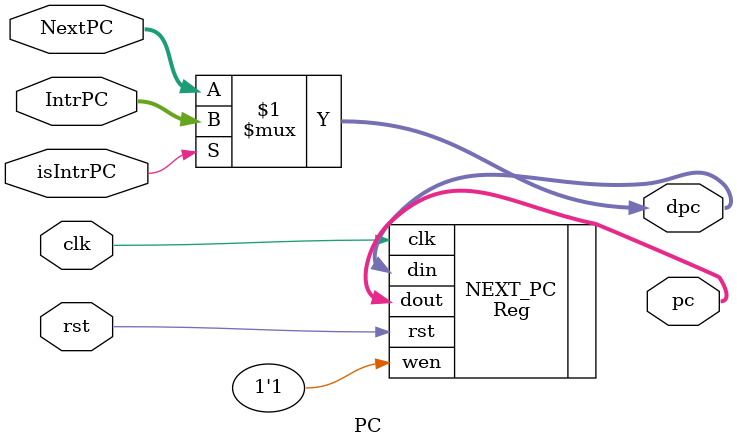
<source format=v>
module PC(
    input clk,
    input rst,
    input isIntrPC,
    input [63:0] NextPC,
    input [63:0] IntrPC,
    output [63:0] pc,
    output [63:0] dpc
);

    assign dpc=isIntrPC?IntrPC:NextPC;
    Reg #(64, 64'h0000000080000000) NEXT_PC(.clk(clk),.rst(rst),.din(dpc),.dout(pc),.wen(1'b1));

endmodule

</source>
